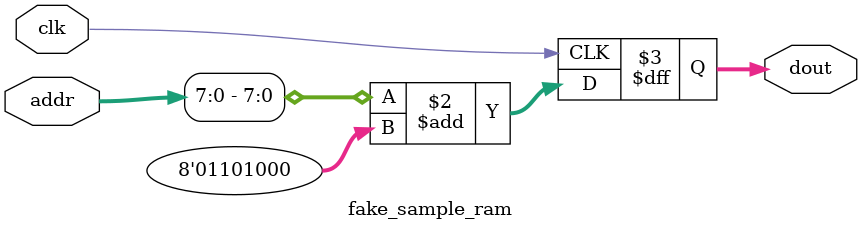
<source format=v>
/*
 * A simple fake RAM that you can use to aid in debugging your wave display.
 */
module fake_sample_ram (
    input clk,
    input [8:0] addr,
    output reg [7:0] dout
);

    always @(posedge clk)
        dout = addr[7:0] + 8'd104;

endmodule

</source>
